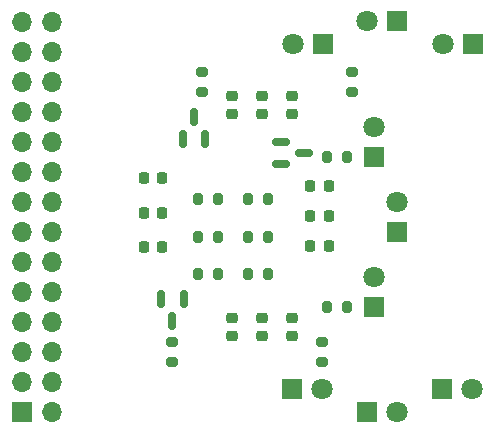
<source format=gbr>
%TF.GenerationSoftware,KiCad,Pcbnew,(6.0.4)*%
%TF.CreationDate,2024-03-23T15:20:54+02:00*%
%TF.ProjectId,EEE3088 Sensing,45454533-3038-4382-9053-656e73696e67,R1.0*%
%TF.SameCoordinates,Original*%
%TF.FileFunction,Soldermask,Top*%
%TF.FilePolarity,Negative*%
%FSLAX46Y46*%
G04 Gerber Fmt 4.6, Leading zero omitted, Abs format (unit mm)*
G04 Created by KiCad (PCBNEW (6.0.4)) date 2024-03-23 15:20:54*
%MOMM*%
%LPD*%
G01*
G04 APERTURE LIST*
G04 Aperture macros list*
%AMRoundRect*
0 Rectangle with rounded corners*
0 $1 Rounding radius*
0 $2 $3 $4 $5 $6 $7 $8 $9 X,Y pos of 4 corners*
0 Add a 4 corners polygon primitive as box body*
4,1,4,$2,$3,$4,$5,$6,$7,$8,$9,$2,$3,0*
0 Add four circle primitives for the rounded corners*
1,1,$1+$1,$2,$3*
1,1,$1+$1,$4,$5*
1,1,$1+$1,$6,$7*
1,1,$1+$1,$8,$9*
0 Add four rect primitives between the rounded corners*
20,1,$1+$1,$2,$3,$4,$5,0*
20,1,$1+$1,$4,$5,$6,$7,0*
20,1,$1+$1,$6,$7,$8,$9,0*
20,1,$1+$1,$8,$9,$2,$3,0*%
G04 Aperture macros list end*
%ADD10RoundRect,0.225000X-0.225000X-0.250000X0.225000X-0.250000X0.225000X0.250000X-0.225000X0.250000X0*%
%ADD11RoundRect,0.225000X0.250000X-0.225000X0.250000X0.225000X-0.250000X0.225000X-0.250000X-0.225000X0*%
%ADD12RoundRect,0.225000X-0.250000X0.225000X-0.250000X-0.225000X0.250000X-0.225000X0.250000X0.225000X0*%
%ADD13RoundRect,0.225000X0.225000X0.250000X-0.225000X0.250000X-0.225000X-0.250000X0.225000X-0.250000X0*%
%ADD14RoundRect,0.200000X0.200000X0.275000X-0.200000X0.275000X-0.200000X-0.275000X0.200000X-0.275000X0*%
%ADD15RoundRect,0.200000X0.275000X-0.200000X0.275000X0.200000X-0.275000X0.200000X-0.275000X-0.200000X0*%
%ADD16RoundRect,0.200000X-0.275000X0.200000X-0.275000X-0.200000X0.275000X-0.200000X0.275000X0.200000X0*%
%ADD17RoundRect,0.200000X-0.200000X-0.275000X0.200000X-0.275000X0.200000X0.275000X-0.200000X0.275000X0*%
%ADD18RoundRect,0.150000X-0.150000X0.587500X-0.150000X-0.587500X0.150000X-0.587500X0.150000X0.587500X0*%
%ADD19RoundRect,0.150000X0.150000X-0.587500X0.150000X0.587500X-0.150000X0.587500X-0.150000X-0.587500X0*%
%ADD20RoundRect,0.150000X-0.587500X-0.150000X0.587500X-0.150000X0.587500X0.150000X-0.587500X0.150000X0*%
%ADD21C,1.800000*%
%ADD22R,1.800000X1.800000*%
%ADD23O,1.700000X1.700000*%
%ADD24R,1.700000X1.700000*%
G04 APERTURE END LIST*
D10*
%TO.C,C12*%
X129641000Y-72136000D03*
X131191000Y-72136000D03*
%TD*%
%TO.C,C11*%
X129654000Y-69215000D03*
X131204000Y-69215000D03*
%TD*%
%TO.C,C10*%
X129641000Y-75057000D03*
X131191000Y-75057000D03*
%TD*%
D11*
%TO.C,C9*%
X137160000Y-82600000D03*
X137160000Y-81050000D03*
%TD*%
D12*
%TO.C,C8*%
X142240000Y-63754000D03*
X142240000Y-62204000D03*
%TD*%
D13*
%TO.C,C7*%
X145314000Y-74930000D03*
X143764000Y-74930000D03*
%TD*%
D11*
%TO.C,C6*%
X139700000Y-82600000D03*
X139700000Y-81050000D03*
%TD*%
D12*
%TO.C,C5*%
X139700000Y-62204000D03*
X139700000Y-63754000D03*
%TD*%
D13*
%TO.C,C4*%
X145314000Y-72390000D03*
X143764000Y-72390000D03*
%TD*%
D11*
%TO.C,C3*%
X142200000Y-82600000D03*
X142200000Y-81050000D03*
%TD*%
D12*
%TO.C,C2*%
X137150000Y-62204000D03*
X137150000Y-63754000D03*
%TD*%
D13*
%TO.C,C1*%
X145314000Y-69850000D03*
X143764000Y-69850000D03*
%TD*%
D14*
%TO.C,R12*%
X140144000Y-77343000D03*
X138494000Y-77343000D03*
%TD*%
%TO.C,R11*%
X140144000Y-70993000D03*
X138494000Y-70993000D03*
%TD*%
%TO.C,R10*%
X140144000Y-74168000D03*
X138494000Y-74168000D03*
%TD*%
D15*
%TO.C,R9*%
X132030000Y-84745000D03*
X132030000Y-83095000D03*
%TD*%
D16*
%TO.C,R8*%
X147270000Y-60235000D03*
X147270000Y-61885000D03*
%TD*%
D14*
%TO.C,R7*%
X146825000Y-80110000D03*
X145175000Y-80110000D03*
%TD*%
D17*
%TO.C,R6*%
X134253000Y-77316000D03*
X135903000Y-77316000D03*
%TD*%
%TO.C,R5*%
X134253000Y-70966000D03*
X135903000Y-70966000D03*
%TD*%
%TO.C,R4*%
X134253000Y-74141000D03*
X135903000Y-74141000D03*
%TD*%
D15*
%TO.C,R3*%
X144730000Y-84745000D03*
X144730000Y-83095000D03*
%TD*%
D16*
%TO.C,R2*%
X134570000Y-60235000D03*
X134570000Y-61885000D03*
%TD*%
D14*
%TO.C,R1*%
X146825000Y-67410000D03*
X145175000Y-67410000D03*
%TD*%
D18*
%TO.C,Q3*%
X133030000Y-79405000D03*
X131130000Y-79405000D03*
X132080000Y-81280000D03*
%TD*%
D19*
%TO.C,Q2*%
X132974000Y-65913000D03*
X134874000Y-65913000D03*
X133924000Y-64038000D03*
%TD*%
D20*
%TO.C,Q1*%
X143177500Y-67056000D03*
X141302500Y-68006000D03*
X141302500Y-66106000D03*
%TD*%
D21*
%TO.C,Q6*%
X151130000Y-89000000D03*
D22*
X148590000Y-89000000D03*
%TD*%
%TO.C,D2*%
X144830000Y-57815000D03*
D21*
X142290000Y-57815000D03*
%TD*%
%TO.C,Q4*%
X151080000Y-71220000D03*
D22*
X151080000Y-73760000D03*
%TD*%
%TO.C,Q5*%
X151130000Y-55880000D03*
D21*
X148590000Y-55880000D03*
%TD*%
D22*
%TO.C,D6*%
X142235000Y-87065000D03*
D21*
X144775000Y-87065000D03*
%TD*%
D22*
%TO.C,D1*%
X149145000Y-67415000D03*
D21*
X149145000Y-64875000D03*
%TD*%
D22*
%TO.C,D5*%
X157485000Y-57815000D03*
D21*
X154945000Y-57815000D03*
%TD*%
D22*
%TO.C,D4*%
X149145000Y-80115000D03*
D21*
X149145000Y-77575000D03*
%TD*%
D23*
%TO.C,J1*%
X121865000Y-55980000D03*
X119325000Y-55980000D03*
X121865000Y-58520000D03*
X119325000Y-58520000D03*
X121865000Y-61060000D03*
X119325000Y-61060000D03*
X121865000Y-63600000D03*
X119325000Y-63600000D03*
X121865000Y-66140000D03*
X119325000Y-66140000D03*
X121865000Y-68680000D03*
X119325000Y-68680000D03*
X121865000Y-71220000D03*
X119325000Y-71220000D03*
X121865000Y-73760000D03*
X119325000Y-73760000D03*
X121865000Y-76300000D03*
X119325000Y-76300000D03*
X121865000Y-78840000D03*
X119325000Y-78840000D03*
X121865000Y-81380000D03*
X119325000Y-81380000D03*
X121865000Y-83920000D03*
X119325000Y-83920000D03*
X121865000Y-86460000D03*
X119325000Y-86460000D03*
X121865000Y-89000000D03*
D24*
X119325000Y-89000000D03*
%TD*%
D22*
%TO.C,D3*%
X154935000Y-87065000D03*
D21*
X157475000Y-87065000D03*
%TD*%
M02*

</source>
